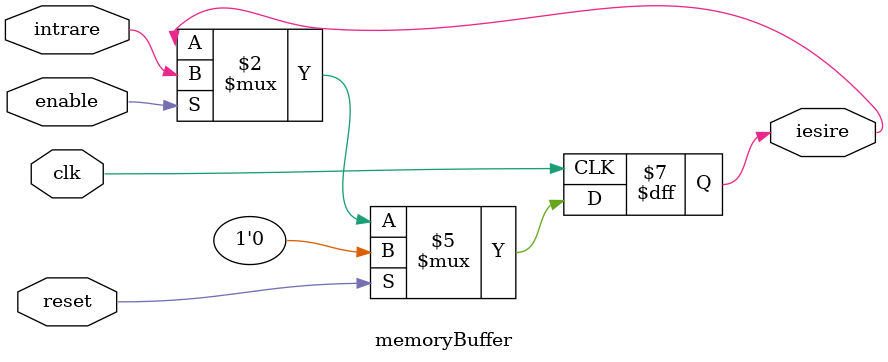
<source format=v>
`timescale 1ns / 1ps


module memoryBuffer(intrare, clk, reset, enable, iesire);

    input intrare, clk, reset, enable;
    output reg iesire;
    
    always @(posedge clk)
    begin
        if (reset)
            iesire <= 0;
        else if (enable) 
            iesire <= intrare;
   end
endmodule

</source>
